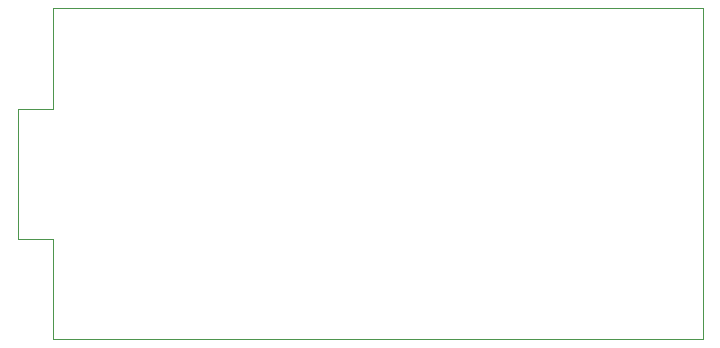
<source format=gbr>
%TF.GenerationSoftware,KiCad,Pcbnew,(5.99.0-13244-g73f40b11ee)*%
%TF.CreationDate,2021-12-22T23:44:12+01:00*%
%TF.ProjectId,TheKNOBDaughterboard,5468654b-4e4f-4424-9461-756768746572,rev?*%
%TF.SameCoordinates,Original*%
%TF.FileFunction,Profile,NP*%
%FSLAX46Y46*%
G04 Gerber Fmt 4.6, Leading zero omitted, Abs format (unit mm)*
G04 Created by KiCad (PCBNEW (5.99.0-13244-g73f40b11ee)) date 2021-12-22 23:44:12*
%MOMM*%
%LPD*%
G01*
G04 APERTURE LIST*
%TA.AperFunction,Profile*%
%ADD10C,0.100000*%
%TD*%
G04 APERTURE END LIST*
D10*
X69500000Y-105500000D02*
X69500000Y-100000000D01*
X72500000Y-94500000D02*
X72500000Y-86000000D01*
X72500000Y-114000000D02*
X72500000Y-105500000D01*
X69500000Y-94500000D02*
X72500000Y-94500000D01*
X127500000Y-86000000D02*
X127500000Y-114000000D01*
X127500000Y-114000000D02*
X72500000Y-114000000D01*
X72500000Y-105500000D02*
X69500000Y-105500000D01*
X72500000Y-86000000D02*
X127500000Y-86000000D01*
X69500000Y-100000000D02*
X69500000Y-94500000D01*
M02*

</source>
